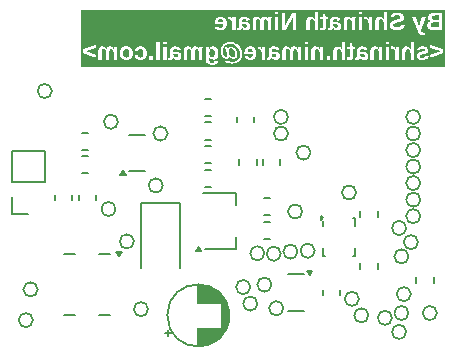
<source format=gbo>
%TF.GenerationSoftware,KiCad,Pcbnew,9.0.2*%
%TF.CreationDate,2025-09-28T04:05:33+05:30*%
%TF.ProjectId,Sippy,53697070-792e-46b6-9963-61645f706362,rev?*%
%TF.SameCoordinates,PX4ef6d80PY35fa5c0*%
%TF.FileFunction,Legend,Bot*%
%TF.FilePolarity,Positive*%
%FSLAX46Y46*%
G04 Gerber Fmt 4.6, Leading zero omitted, Abs format (unit mm)*
G04 Created by KiCad (PCBNEW 9.0.2) date 2025-09-28 04:05:33*
%MOMM*%
%LPD*%
G01*
G04 APERTURE LIST*
%ADD10C,0.200000*%
G04 APERTURE END LIST*
D10*
G36*
X-1366142Y10578971D02*
G01*
X-1312648Y10552955D01*
X-1269253Y10509457D01*
X-1234976Y10444319D01*
X-1211402Y10350525D01*
X-1202378Y10218927D01*
X-1211280Y10090163D01*
X-1234551Y9998286D01*
X-1268432Y9934377D01*
X-1311400Y9891615D01*
X-1364469Y9865991D01*
X-1430989Y9856959D01*
X-1485987Y9863176D01*
X-1532506Y9881001D01*
X-1572446Y9910388D01*
X-1606844Y9952855D01*
X-1638688Y10019722D01*
X-1659931Y10108530D01*
X-1667843Y10225155D01*
X-1660012Y10338160D01*
X-1638844Y10425423D01*
X-1606844Y10492234D01*
X-1572443Y10534834D01*
X-1532812Y10564208D01*
X-1486972Y10581958D01*
X-1433095Y10588130D01*
X-1366142Y10578971D01*
G37*
G36*
X249639Y10607678D02*
G01*
X306728Y10586581D01*
X360441Y10550670D01*
X406068Y10503931D01*
X445803Y10444185D01*
X479418Y10369136D01*
X511305Y10250034D01*
X521916Y10127702D01*
X515694Y10051180D01*
X498618Y9990763D01*
X472182Y9943146D01*
X434372Y9906367D01*
X384871Y9883659D01*
X319866Y9875460D01*
X254178Y9885871D01*
X188158Y9918508D01*
X129082Y9969486D01*
X73852Y10043072D01*
X29916Y10128897D01*
X-3542Y10228635D01*
X-24896Y10328088D01*
X-30745Y10394324D01*
X-23613Y10456715D01*
X-3244Y10508923D01*
X30255Y10553234D01*
X74250Y10587083D01*
X125975Y10607609D01*
X187700Y10614783D01*
X249639Y10607678D01*
G37*
G36*
X-8616527Y10577214D02*
G01*
X-8554913Y10549409D01*
X-8505894Y10503805D01*
X-8467887Y10436890D01*
X-8442099Y10342143D01*
X-8432302Y10210775D01*
X-8440703Y10088047D01*
X-8463096Y9996153D01*
X-8496415Y9928308D01*
X-8532326Y9885636D01*
X-8574242Y9855897D01*
X-8623307Y9837754D01*
X-8681521Y9831405D01*
X-8760763Y9841411D01*
X-8823110Y9869481D01*
X-8872682Y9915492D01*
X-8911096Y9982961D01*
X-8937148Y10078441D01*
X-8947043Y10210775D01*
X-8938230Y10342186D01*
X-8915388Y10434644D01*
X-8882472Y10497913D01*
X-8833552Y10547026D01*
X-8772318Y10576640D01*
X-8694802Y10587123D01*
X-8616527Y10577214D01*
G37*
G36*
X-4555710Y10166628D02*
G01*
X-4462635Y10157957D01*
X-4413102Y10144646D01*
X-4375809Y10121745D01*
X-4348989Y10089783D01*
X-4333030Y10049008D01*
X-4327007Y9991323D01*
X-4331686Y9939888D01*
X-4344234Y9901816D01*
X-4363368Y9873903D01*
X-4404992Y9845385D01*
X-4460272Y9835435D01*
X-4525086Y9844687D01*
X-4583828Y9872346D01*
X-4633322Y9915819D01*
X-4671572Y9974379D01*
X-4695400Y10041382D01*
X-4703354Y10112315D01*
X-4703354Y10168735D01*
X-4555710Y10166628D01*
G37*
G36*
X1861328Y10595172D02*
G01*
X1912392Y10571604D01*
X1953484Y10532718D01*
X1982847Y10482695D01*
X2002689Y10418003D01*
X2011370Y10334789D01*
X1580709Y10334789D01*
X1592876Y10422770D01*
X1615056Y10488279D01*
X1645372Y10536290D01*
X1686920Y10573412D01*
X1736652Y10595716D01*
X1797138Y10603518D01*
X1861328Y10595172D01*
G37*
G36*
X3790068Y10166628D02*
G01*
X3883143Y10157957D01*
X3932676Y10144646D01*
X3969969Y10121745D01*
X3996789Y10089783D01*
X4012748Y10049008D01*
X4018771Y9991323D01*
X4014092Y9939888D01*
X4001544Y9901816D01*
X3982410Y9873903D01*
X3940786Y9845385D01*
X3885506Y9835435D01*
X3820692Y9844687D01*
X3761950Y9872346D01*
X3712456Y9915819D01*
X3674206Y9974379D01*
X3650379Y10041382D01*
X3642424Y10112315D01*
X3642424Y10168735D01*
X3790068Y10166628D01*
G37*
G36*
X11253641Y10166628D02*
G01*
X11346716Y10157957D01*
X11396249Y10144646D01*
X11433542Y10121745D01*
X11460362Y10089783D01*
X11476321Y10049008D01*
X11482344Y9991323D01*
X11477665Y9939888D01*
X11465117Y9901816D01*
X11445983Y9873903D01*
X11404359Y9845385D01*
X11349079Y9835435D01*
X11284265Y9844687D01*
X11225523Y9872346D01*
X11176029Y9915819D01*
X11137779Y9974379D01*
X11113951Y10041382D01*
X11105997Y10112315D01*
X11105997Y10168735D01*
X11253641Y10166628D01*
G37*
G36*
X-644604Y13115172D02*
G01*
X-593540Y13091604D01*
X-552447Y13052718D01*
X-523084Y13002695D01*
X-503243Y12938003D01*
X-494562Y12854789D01*
X-925223Y12854789D01*
X-913055Y12942770D01*
X-890875Y13008279D01*
X-860560Y13056290D01*
X-819011Y13093412D01*
X-769279Y13115716D01*
X-708793Y13123518D01*
X-644604Y13115172D01*
G37*
G36*
X1284137Y12686628D02*
G01*
X1377211Y12677957D01*
X1426744Y12664646D01*
X1464038Y12641745D01*
X1490858Y12609783D01*
X1506817Y12569008D01*
X1512840Y12511323D01*
X1508160Y12459888D01*
X1495612Y12421816D01*
X1476478Y12393903D01*
X1434855Y12365385D01*
X1379575Y12355435D01*
X1314760Y12364687D01*
X1256018Y12392346D01*
X1206524Y12435819D01*
X1168274Y12494379D01*
X1144447Y12561382D01*
X1136492Y12632315D01*
X1136492Y12688735D01*
X1284137Y12686628D01*
G37*
G36*
X8980717Y12686628D02*
G01*
X9073792Y12677957D01*
X9123325Y12664646D01*
X9160618Y12641745D01*
X9187438Y12609783D01*
X9203397Y12569008D01*
X9209420Y12511323D01*
X9204741Y12459888D01*
X9192193Y12421816D01*
X9173059Y12393903D01*
X9131435Y12365385D01*
X9076155Y12355435D01*
X9011341Y12364687D01*
X8952599Y12392346D01*
X8903105Y12435819D01*
X8864855Y12494379D01*
X8841028Y12561382D01*
X8833073Y12632315D01*
X8833073Y12688735D01*
X8980717Y12686628D01*
G37*
G36*
X17757065Y12399582D02*
G01*
X17362216Y12399582D01*
X17266087Y12406665D01*
X17197461Y12425196D01*
X17149542Y12452338D01*
X17113083Y12492049D01*
X17090475Y12543604D01*
X17082314Y12610791D01*
X17089980Y12671333D01*
X17111495Y12718993D01*
X17146784Y12756912D01*
X17198568Y12786316D01*
X17271897Y12806268D01*
X17373573Y12813848D01*
X17757065Y12813848D01*
X17757065Y12399582D01*
G37*
G36*
X17757065Y13037330D02*
G01*
X17410484Y13037330D01*
X17325604Y13043376D01*
X17265653Y13059100D01*
X17224371Y13081935D01*
X17192868Y13115553D01*
X17173406Y13159096D01*
X17166394Y13215750D01*
X17174125Y13277483D01*
X17195093Y13322133D01*
X17228493Y13354144D01*
X17271945Y13375374D01*
X17331700Y13389750D01*
X17412500Y13395177D01*
X17757065Y13395177D01*
X17757065Y13037330D01*
G37*
G36*
X18278464Y9043293D02*
G01*
X-12504961Y9043293D01*
X-12504961Y10514308D01*
X-12338294Y10514308D01*
X-12338294Y10184122D01*
X-11285272Y9783136D01*
X-11285272Y10015961D01*
X-12138351Y10348162D01*
X-12109518Y10359427D01*
X-11067102Y10359427D01*
X-11067102Y9655000D01*
X-10780971Y9655000D01*
X-10780971Y10277453D01*
X-10771381Y10400340D01*
X-10747114Y10480830D01*
X-10712693Y10531173D01*
X-10668961Y10559752D01*
X-10612810Y10569629D01*
X-10560985Y10560888D01*
X-10515695Y10534708D01*
X-10474874Y10488113D01*
X-10446067Y10431230D01*
X-10425831Y10357588D01*
X-10415981Y10263074D01*
X-10415981Y9655000D01*
X-10129850Y9655000D01*
X-10129850Y10277453D01*
X-10120260Y10400340D01*
X-10095993Y10480830D01*
X-10061572Y10531173D01*
X-10017841Y10559752D01*
X-9961689Y10569629D01*
X-9908394Y10560175D01*
X-9861796Y10531691D01*
X-9819723Y10480419D01*
X-9790447Y10418587D01*
X-9771641Y10342734D01*
X-9764860Y10249701D01*
X-9764860Y9655000D01*
X-9476715Y9655000D01*
X-9476715Y10210775D01*
X-9248561Y10210775D01*
X-9238158Y10076673D01*
X-9208843Y9963822D01*
X-9162343Y9868460D01*
X-9098810Y9787716D01*
X-9019553Y9722467D01*
X-8926116Y9674939D01*
X-8815697Y9645069D01*
X-8684543Y9634484D01*
X-8556230Y9645052D01*
X-8447890Y9674927D01*
X-8355881Y9722598D01*
X-8277513Y9788266D01*
X-8214893Y9869147D01*
X-8169033Y9964500D01*
X-8153734Y10024113D01*
X-7987719Y10024113D01*
X-7971656Y9950460D01*
X-7944547Y9883143D01*
X-7906203Y9821147D01*
X-7857919Y9766572D01*
X-7800338Y9720717D01*
X-7732363Y9683211D01*
X-7659162Y9656566D01*
X-7578895Y9640149D01*
X-7490379Y9634484D01*
X-7365528Y9644895D01*
X-7329596Y9655000D01*
X-6736951Y9655000D01*
X-6440562Y9655000D01*
X-6149577Y9655000D01*
X-5861432Y9655000D01*
X-5566326Y9655000D01*
X-5278180Y9655000D01*
X-5278180Y9825177D01*
X-5146289Y9825177D01*
X-5146289Y9669380D01*
X-5100127Y9658115D01*
X-5059094Y9649871D01*
X-5015497Y9644742D01*
X-4961733Y9642727D01*
X-4891212Y9649552D01*
X-4839199Y9667886D01*
X-4801174Y9696033D01*
X-4772669Y9734641D01*
X-4751646Y9785831D01*
X-4739167Y9852929D01*
X-4733030Y9852929D01*
X-4678031Y9772282D01*
X-4615214Y9712096D01*
X-4543896Y9669587D01*
X-4462363Y9643553D01*
X-4368040Y9634484D01*
X-4287842Y9640612D01*
X-4220688Y9657834D01*
X-4164267Y9685063D01*
X-4116805Y9722137D01*
X-4078543Y9768557D01*
X-4050550Y9823854D01*
X-4032876Y9889810D01*
X-4026588Y9968791D01*
X-4034311Y10053472D01*
X-4056029Y10123496D01*
X-4090687Y10181770D01*
X-4138787Y10230284D01*
X-4196401Y10267130D01*
X-4267892Y10295703D01*
X-4356094Y10315069D01*
X-4464393Y10323524D01*
X-4703354Y10327645D01*
X-4703354Y10359427D01*
X-3835071Y10359427D01*
X-3835071Y9655000D01*
X-3548941Y9655000D01*
X-3548941Y10277453D01*
X-3539350Y10400340D01*
X-3515083Y10480830D01*
X-3480662Y10531173D01*
X-3436931Y10559752D01*
X-3380779Y10569629D01*
X-3328954Y10560888D01*
X-3283664Y10534708D01*
X-3242843Y10488113D01*
X-3214036Y10431230D01*
X-3193800Y10357588D01*
X-3183950Y10263074D01*
X-3183950Y9655000D01*
X-2897820Y9655000D01*
X-2897820Y10277453D01*
X-2888229Y10400340D01*
X-2863962Y10480830D01*
X-2829541Y10531173D01*
X-2785810Y10559752D01*
X-2729659Y10569629D01*
X-2676364Y10560175D01*
X-2629765Y10531691D01*
X-2587692Y10480419D01*
X-2558416Y10418587D01*
X-2539610Y10342734D01*
X-2532829Y10249701D01*
X-2532829Y9655000D01*
X-2244684Y9655000D01*
X-2244684Y10516323D01*
X-2242119Y10662411D01*
X-2236441Y10764443D01*
X-1958095Y10764443D01*
X-1951867Y10508171D01*
X-1951867Y10225155D01*
X-1951867Y9688798D01*
X-1942350Y9570930D01*
X-1915831Y9474547D01*
X-1874164Y9395564D01*
X-1817503Y9330951D01*
X-1747633Y9280756D01*
X-1661631Y9243055D01*
X-1556112Y9218737D01*
X-1426867Y9209960D01*
X-1293330Y9219637D01*
X-1186162Y9246283D01*
X-1100345Y9287446D01*
X-1044011Y9330729D01*
X-1000527Y9381315D01*
X-968628Y9440025D01*
X-948029Y9508363D01*
X-1236175Y9542252D01*
X-1260726Y9482251D01*
X-1302303Y9437655D01*
X-1358678Y9409789D01*
X-1435110Y9399645D01*
X-1511525Y9408780D01*
X-1568322Y9433736D01*
X-1610416Y9473467D01*
X-1639286Y9525736D01*
X-1658587Y9597011D01*
X-1665828Y9692919D01*
X-1665828Y9751354D01*
X-1667843Y9861080D01*
X-1665828Y9861080D01*
X-1621333Y9787985D01*
X-1565330Y9732284D01*
X-1496590Y9691800D01*
X-1412429Y9666194D01*
X-1308990Y9657016D01*
X-1215105Y9666639D01*
X-1135535Y9694117D01*
X-1067280Y9738928D01*
X-1008479Y9802645D01*
X-964788Y9876865D01*
X-931439Y9968518D01*
X-909730Y10081146D01*
X-901867Y10218927D01*
X-909915Y10357020D01*
X-918057Y10398445D01*
X-694230Y10398445D01*
X-686708Y10275348D01*
X-664802Y10162302D01*
X-629109Y10057910D01*
X-578675Y9960457D01*
X-518715Y9881091D01*
X-449133Y9817483D01*
X-369172Y9768708D01*
X-287048Y9740293D01*
X-201012Y9730838D01*
X-139783Y9736660D01*
X-92463Y9752595D01*
X-55932Y9777458D01*
X-28331Y9811624D01*
X-11276Y9854065D01*
X-5191Y9907242D01*
X-11327Y9975936D01*
X-5191Y9975936D01*
X34459Y9908603D01*
X84930Y9850062D01*
X147125Y9799531D01*
X216879Y9760528D01*
X285325Y9738152D01*
X353755Y9730838D01*
X432835Y9737925D01*
X499310Y9757979D01*
X555610Y9790147D01*
X603432Y9834885D01*
X640461Y9888854D01*
X668090Y9953784D01*
X685764Y10031838D01*
X692092Y10125687D01*
X684630Y10235620D01*
X662568Y10339822D01*
X625963Y10439386D01*
X575024Y10531868D01*
X513948Y10607944D01*
X442415Y10669555D01*
X360850Y10716082D01*
X273819Y10743791D01*
X179457Y10753177D01*
X101884Y10745462D01*
X38418Y10723781D01*
X-13910Y10689010D01*
X-56968Y10640212D01*
X-91286Y10574758D01*
X-97423Y10574758D01*
X-137448Y10730646D01*
X-297366Y10730646D01*
X-219594Y10394324D01*
X-177382Y10211783D01*
X-146864Y10048086D01*
X-139463Y9965677D01*
X-146261Y9919585D01*
X-163552Y9892863D01*
X-189621Y9876697D01*
X-219422Y9871339D01*
X-271502Y9878721D01*
X-323288Y9901588D01*
X-376318Y9942596D01*
X-421366Y9993557D01*
X-460923Y10056493D01*
X-494745Y10133289D01*
X-518602Y10214053D01*
X-533293Y10301432D01*
X-538342Y10396339D01*
X-529219Y10513859D01*
X-502831Y10618939D01*
X-459849Y10713702D01*
X-400151Y10798343D01*
X-325378Y10868922D01*
X-233802Y10926468D01*
X-132846Y10967172D01*
X-19128Y10992476D01*
X109665Y11001298D01*
X232324Y10994181D01*
X344633Y10973500D01*
X447949Y10939910D01*
X543440Y10893587D01*
X631727Y10834216D01*
X709893Y10763253D01*
X778644Y10679898D01*
X838271Y10582910D01*
X884599Y10479832D01*
X918015Y10370274D01*
X938450Y10253267D01*
X945433Y10127702D01*
X935872Y9996457D01*
X908370Y9880175D01*
X863917Y9776450D01*
X801606Y9683148D01*
X725604Y9607513D01*
X634665Y9547839D01*
X533533Y9505789D01*
X418847Y9479598D01*
X288084Y9470444D01*
X140267Y9479990D01*
X-8918Y9508945D01*
X-160606Y9558235D01*
X-315868Y9629355D01*
X-379432Y9504242D01*
X-262451Y9444099D01*
X-150358Y9398010D01*
X-42560Y9364840D01*
X123802Y9333360D01*
X295320Y9322800D01*
X416273Y9329311D01*
X526780Y9348194D01*
X628117Y9378760D01*
X721401Y9420711D01*
X808509Y9475236D01*
X884876Y9540135D01*
X951371Y9615967D01*
X1008448Y9703727D01*
X1052819Y9797825D01*
X1084954Y9899117D01*
X1104705Y10008667D01*
X1111488Y10127702D01*
X1109453Y10162598D01*
X1301814Y10162598D01*
X1301814Y10154355D01*
X2013476Y10154355D01*
X2005622Y10047510D01*
X1984703Y9968067D01*
X1953484Y9909807D01*
X1908162Y9864183D01*
X1852382Y9836880D01*
X1782759Y9827283D01*
X1710331Y9836394D01*
X1656749Y9861335D01*
X1617233Y9901367D01*
X1589959Y9959541D01*
X1318209Y9936002D01*
X1364830Y9843004D01*
X1423027Y9769330D01*
X1493193Y9712241D01*
X1576967Y9670384D01*
X1677080Y9643912D01*
X1797138Y9634484D01*
X1921034Y9644794D01*
X2023969Y9673748D01*
X2109878Y9719667D01*
X2181638Y9782678D01*
X2237331Y9859832D01*
X2279168Y9954916D01*
X2306162Y10071704D01*
X2315910Y10214897D01*
X2306148Y10352826D01*
X2278960Y10466500D01*
X2236510Y10560199D01*
X2179531Y10637315D01*
X2106852Y10700134D01*
X2020249Y10745894D01*
X1931405Y10770671D01*
X2428750Y10770671D01*
X2428750Y10529695D01*
X2496805Y10541529D01*
X2551849Y10545082D01*
X2619035Y10535161D01*
X2673869Y10506562D01*
X2719460Y10457888D01*
X2750578Y10396606D01*
X2771554Y10312680D01*
X2779453Y10199509D01*
X2779453Y9655000D01*
X3067598Y9655000D01*
X3067598Y9825177D01*
X3199489Y9825177D01*
X3199489Y9669380D01*
X3245651Y9658115D01*
X3286684Y9649871D01*
X3330281Y9644742D01*
X3384045Y9642727D01*
X3454566Y9649552D01*
X3506580Y9667886D01*
X3544604Y9696033D01*
X3573109Y9734641D01*
X3594132Y9785831D01*
X3606612Y9852929D01*
X3612748Y9852929D01*
X3667747Y9772282D01*
X3730564Y9712096D01*
X3801882Y9669587D01*
X3883415Y9643553D01*
X3977739Y9634484D01*
X4057936Y9640612D01*
X4125090Y9657834D01*
X4181511Y9685063D01*
X4228973Y9722137D01*
X4267236Y9768557D01*
X4295228Y9823854D01*
X4312902Y9889810D01*
X4319190Y9968791D01*
X4311467Y10053472D01*
X4289749Y10123496D01*
X4255091Y10181770D01*
X4206991Y10230284D01*
X4149378Y10267130D01*
X4077887Y10295703D01*
X3989684Y10315069D01*
X3881385Y10323524D01*
X3642424Y10327645D01*
X3642424Y10359427D01*
X4510707Y10359427D01*
X4510707Y9655000D01*
X4796837Y9655000D01*
X4796837Y10277453D01*
X4806428Y10400340D01*
X4830695Y10480830D01*
X4865116Y10531173D01*
X4908847Y10559752D01*
X4964999Y10569629D01*
X5016824Y10560888D01*
X5062114Y10534708D01*
X5102935Y10488113D01*
X5131742Y10431230D01*
X5151978Y10357588D01*
X5161828Y10263074D01*
X5161828Y9655000D01*
X5447958Y9655000D01*
X5447958Y10277453D01*
X5457549Y10400340D01*
X5481816Y10480830D01*
X5516237Y10531173D01*
X5559968Y10559752D01*
X5616120Y10569629D01*
X5669414Y10560175D01*
X5716013Y10531691D01*
X5758086Y10480419D01*
X5787362Y10418587D01*
X5806168Y10342734D01*
X5812949Y10249701D01*
X5812949Y9655000D01*
X6101094Y9655000D01*
X6396201Y9655000D01*
X6684346Y9655000D01*
X6684346Y10359427D01*
X6960676Y10359427D01*
X6960676Y9655000D01*
X7247814Y9655000D01*
X7247814Y10277453D01*
X7255296Y10380017D01*
X7274946Y10453754D01*
X7303802Y10505596D01*
X7340834Y10540737D01*
X7387142Y10562056D01*
X7445743Y10569629D01*
X7510927Y10559672D01*
X7566274Y10530455D01*
X7614453Y10479870D01*
X7648936Y10417122D01*
X7670706Y10341425D01*
X7678476Y10249701D01*
X7678476Y9655000D01*
X7966621Y9655000D01*
X8257606Y9655000D01*
X8553995Y9655000D01*
X8553995Y9967784D01*
X8257606Y9967784D01*
X8257606Y9655000D01*
X7966621Y9655000D01*
X7966621Y10358420D01*
X8826203Y10358420D01*
X8826203Y9655000D01*
X9113341Y9655000D01*
X9113341Y10276354D01*
X9120823Y10378956D01*
X9140476Y10452718D01*
X9169335Y10504575D01*
X9206367Y10539725D01*
X9252674Y10561047D01*
X9311270Y10568621D01*
X9376454Y10558664D01*
X9431801Y10529448D01*
X9479980Y10478862D01*
X9514462Y10416114D01*
X9536232Y10340418D01*
X9544002Y10248694D01*
X9544002Y9655000D01*
X9832148Y9655000D01*
X9832148Y9849815D01*
X10004156Y9849815D01*
X10004156Y9671395D01*
X10115196Y9645662D01*
X10247147Y9636499D01*
X10329136Y9645017D01*
X10393037Y9668526D01*
X10442969Y9705742D01*
X10479323Y9756228D01*
X10502919Y9824304D01*
X10503003Y9825177D01*
X10663062Y9825177D01*
X10663062Y9669380D01*
X10709224Y9658115D01*
X10750257Y9649871D01*
X10793854Y9644742D01*
X10847618Y9642727D01*
X10918139Y9649552D01*
X10970152Y9667886D01*
X11008177Y9696033D01*
X11036682Y9734641D01*
X11057705Y9785831D01*
X11070184Y9852929D01*
X11076321Y9852929D01*
X11131320Y9772282D01*
X11194137Y9712096D01*
X11265455Y9669587D01*
X11346988Y9643553D01*
X11441311Y9634484D01*
X11521509Y9640612D01*
X11588663Y9657834D01*
X11645084Y9685063D01*
X11692546Y9722137D01*
X11730808Y9768557D01*
X11758801Y9823854D01*
X11776475Y9889810D01*
X11782763Y9968791D01*
X11775040Y10053472D01*
X11753322Y10123496D01*
X11718664Y10181770D01*
X11670564Y10230284D01*
X11612950Y10267130D01*
X11541459Y10295703D01*
X11453257Y10315069D01*
X11344958Y10323524D01*
X11105997Y10327645D01*
X11105997Y10359427D01*
X11974005Y10359427D01*
X11974005Y9655000D01*
X12261143Y9655000D01*
X12261143Y10277453D01*
X12268624Y10380017D01*
X12288275Y10453754D01*
X12317131Y10505596D01*
X12354163Y10540737D01*
X12400471Y10562056D01*
X12459071Y10569629D01*
X12524256Y10559672D01*
X12579603Y10530455D01*
X12627782Y10479870D01*
X12662264Y10417122D01*
X12684034Y10341425D01*
X12691804Y10249701D01*
X12691804Y9655000D01*
X12979950Y9655000D01*
X13275056Y9655000D01*
X13563202Y9655000D01*
X13563202Y10764443D01*
X13275056Y10764443D01*
X13275056Y9655000D01*
X12979950Y9655000D01*
X12979950Y10516323D01*
X12982514Y10662411D01*
X12988193Y10764443D01*
X12713328Y10764443D01*
X12705177Y10660396D01*
X12700047Y10543983D01*
X12695926Y10543983D01*
X12651281Y10624617D01*
X12602381Y10685000D01*
X12549289Y10728539D01*
X12488163Y10759889D01*
X12449441Y10770671D01*
X13740614Y10770671D01*
X13740614Y10529695D01*
X13808668Y10541529D01*
X13863712Y10545082D01*
X13930898Y10535161D01*
X13985732Y10506562D01*
X14031324Y10457888D01*
X14062442Y10396606D01*
X14083417Y10312680D01*
X14091316Y10199509D01*
X14091316Y9655000D01*
X14379461Y9655000D01*
X14379461Y10358420D01*
X14655792Y10358420D01*
X14655792Y9655000D01*
X14942930Y9655000D01*
X14942930Y10276354D01*
X14950412Y10378956D01*
X14970065Y10452718D01*
X14998923Y10504575D01*
X15035955Y10539725D01*
X15082262Y10561047D01*
X15140858Y10568621D01*
X15206042Y10558664D01*
X15261390Y10529448D01*
X15309569Y10478862D01*
X15344051Y10416114D01*
X15365821Y10340418D01*
X15373591Y10248694D01*
X15373591Y9655000D01*
X15661736Y9655000D01*
X15661736Y9979050D01*
X15893095Y9979050D01*
X15901589Y9901760D01*
X15926068Y9835300D01*
X15966521Y9777261D01*
X16024895Y9726258D01*
X16091879Y9688418D01*
X16173062Y9659712D01*
X16271155Y9641159D01*
X16389336Y9634484D01*
X16541102Y9643986D01*
X16655161Y9669289D01*
X16739580Y9706749D01*
X16794618Y9747409D01*
X16839514Y9797604D01*
X16875017Y9858478D01*
X16901055Y9931880D01*
X16647806Y9969799D01*
X16628839Y9920056D01*
X16603987Y9883659D01*
X16573434Y9857966D01*
X16536170Y9841700D01*
X16477467Y9829875D01*
X16389336Y9825177D01*
X16277269Y9834257D01*
X16213023Y9855951D01*
X16182125Y9880475D01*
X16163985Y9911862D01*
X16157610Y9952397D01*
X16162616Y9985636D01*
X16177185Y10013336D01*
X16202215Y10036935D01*
X16255568Y10063377D01*
X16353524Y10089783D01*
X16576906Y10141619D01*
X16682702Y10179451D01*
X16759062Y10228333D01*
X16812395Y10287162D01*
X16836605Y10333159D01*
X16851689Y10386749D01*
X16857000Y10449645D01*
X16848964Y10526463D01*
X16825951Y10591888D01*
X16788269Y10648345D01*
X16751867Y10681462D01*
X17058775Y10681462D01*
X17912862Y10348162D01*
X17058775Y10015961D01*
X17058775Y9783136D01*
X18111797Y10184122D01*
X18111797Y10514308D01*
X17058775Y10915202D01*
X17058775Y10681462D01*
X16751867Y10681462D01*
X16734451Y10697307D01*
X16672023Y10733707D01*
X16595341Y10761439D01*
X16501558Y10779455D01*
X16387321Y10785967D01*
X16257195Y10776373D01*
X16152706Y10749935D01*
X16068950Y10709031D01*
X16014234Y10666186D01*
X15971510Y10615550D01*
X15939721Y10556202D01*
X15918741Y10486556D01*
X16174005Y10459903D01*
X16186775Y10502464D01*
X16206940Y10535539D01*
X16234547Y10560928D01*
X16268554Y10577939D01*
X16317821Y10589729D01*
X16387321Y10594267D01*
X16482920Y10586672D01*
X16541194Y10568072D01*
X16569620Y10546751D01*
X16586421Y10518327D01*
X16592393Y10480419D01*
X16582543Y10437270D01*
X16552917Y10404032D01*
X16505787Y10380369D01*
X16420110Y10357412D01*
X16188934Y10302549D01*
X16093963Y10269981D01*
X16026910Y10235322D01*
X15971958Y10190762D01*
X15929549Y10135396D01*
X15902912Y10068758D01*
X15893095Y9979050D01*
X15661736Y9979050D01*
X15661736Y11176694D01*
X15373591Y11176694D01*
X15373591Y10761421D01*
X15381834Y10542976D01*
X15377712Y10542976D01*
X15333077Y10623553D01*
X15284177Y10683943D01*
X15231075Y10727532D01*
X15169949Y10758882D01*
X15100499Y10778219D01*
X15020874Y10784960D01*
X14933781Y10777443D01*
X14861362Y10756299D01*
X14800813Y10722650D01*
X14750130Y10676241D01*
X14711186Y10619972D01*
X14681761Y10550252D01*
X14662694Y10464234D01*
X14655792Y10358420D01*
X14379461Y10358420D01*
X14379461Y10504050D01*
X14382026Y10656274D01*
X14387704Y10764443D01*
X14112840Y10764443D01*
X14104688Y10652152D01*
X14099559Y10527589D01*
X14095437Y10527589D01*
X14052120Y10634953D01*
X14020607Y10692178D01*
X13984021Y10734310D01*
X13942663Y10762886D01*
X13893967Y10779760D01*
X13829823Y10785967D01*
X13777538Y10781732D01*
X13740614Y10770671D01*
X12449441Y10770671D01*
X12418713Y10779227D01*
X12339087Y10785967D01*
X12251994Y10778451D01*
X12179576Y10757307D01*
X12119027Y10723658D01*
X12068344Y10677248D01*
X12029400Y10620979D01*
X11999975Y10551260D01*
X11980908Y10465242D01*
X11974005Y10359427D01*
X11105997Y10359427D01*
X11105997Y10384065D01*
X11111061Y10455975D01*
X11124395Y10508256D01*
X11144007Y10545540D01*
X11173148Y10573911D01*
X11213233Y10591801D01*
X11268021Y10598388D01*
X11320136Y10593654D01*
X11358114Y10581041D01*
X11385441Y10561935D01*
X11414298Y10517467D01*
X11432061Y10441493D01*
X11732571Y10455873D01*
X11712081Y10534213D01*
X11680545Y10600018D01*
X11638217Y10655293D01*
X11584377Y10701337D01*
X11523076Y10735952D01*
X11449465Y10762099D01*
X11361252Y10778927D01*
X11255748Y10784960D01*
X11150209Y10777551D01*
X11063057Y10756903D01*
X10991074Y10724652D01*
X10931699Y10681370D01*
X10883221Y10626103D01*
X10847948Y10560201D01*
X10825745Y10481511D01*
X10817851Y10387088D01*
X10817851Y10112315D01*
X10817851Y9983171D01*
X10811408Y9897495D01*
X10796877Y9854394D01*
X10769638Y9828317D01*
X10726626Y9819040D01*
X10663062Y9825177D01*
X10503003Y9825177D01*
X10511662Y9915485D01*
X10511662Y10569629D01*
X10652163Y10569629D01*
X10652163Y10764443D01*
X10497374Y10764443D01*
X10428055Y10964386D01*
X13275056Y10964386D01*
X13563202Y10964386D01*
X13563202Y11176694D01*
X13275056Y11176694D01*
X13275056Y10964386D01*
X10428055Y10964386D01*
X10407065Y11024928D01*
X10226631Y11024928D01*
X10226631Y10764443D01*
X10016429Y10764443D01*
X10016429Y10569629D01*
X10226631Y10569629D01*
X10226631Y9993338D01*
X10217884Y9919087D01*
X10195856Y9873903D01*
X10172710Y9853229D01*
X10141776Y9840200D01*
X10100510Y9835435D01*
X10004156Y9849815D01*
X9832148Y9849815D01*
X9832148Y11176694D01*
X9544002Y11176694D01*
X9544002Y10761421D01*
X9552246Y10542976D01*
X9548124Y10542976D01*
X9503489Y10623553D01*
X9454589Y10683943D01*
X9401487Y10727532D01*
X9340361Y10758882D01*
X9270911Y10778219D01*
X9191285Y10784960D01*
X9104192Y10777443D01*
X9031774Y10756299D01*
X8971225Y10722650D01*
X8920542Y10676241D01*
X8881598Y10619972D01*
X8852173Y10550252D01*
X8833106Y10464234D01*
X8826203Y10358420D01*
X7966621Y10358420D01*
X7966621Y10516323D01*
X7969186Y10662411D01*
X7974864Y10764443D01*
X7700000Y10764443D01*
X7691848Y10660396D01*
X7686719Y10543983D01*
X7682597Y10543983D01*
X7637952Y10624617D01*
X7589053Y10685000D01*
X7535960Y10728539D01*
X7474834Y10759889D01*
X7405384Y10779227D01*
X7325758Y10785967D01*
X7238665Y10778451D01*
X7166247Y10757307D01*
X7105698Y10723658D01*
X7055015Y10677248D01*
X7016071Y10620979D01*
X6986646Y10551260D01*
X6967579Y10465242D01*
X6960676Y10359427D01*
X6684346Y10359427D01*
X6684346Y10764443D01*
X6396201Y10764443D01*
X6396201Y9655000D01*
X6101094Y9655000D01*
X6101094Y10516323D01*
X6103659Y10662411D01*
X6109337Y10764443D01*
X5834473Y10764443D01*
X5826321Y10660396D01*
X5821192Y10543983D01*
X5817070Y10543983D01*
X5776048Y10625315D01*
X5731731Y10685553D01*
X5684355Y10728539D01*
X5628885Y10760011D01*
X5566043Y10779275D01*
X5494029Y10785967D01*
X5410955Y10778516D01*
X5343747Y10757772D01*
X5289177Y10725015D01*
X5245024Y10679929D01*
X5210317Y10620652D01*
X5185458Y10543983D01*
X5179230Y10543983D01*
X5136256Y10626761D01*
X5091099Y10687207D01*
X5043950Y10729547D01*
X4988721Y10759995D01*
X4922568Y10779151D01*
X4842908Y10785967D01*
X4763664Y10778465D01*
X4697712Y10757279D01*
X4642379Y10723256D01*
X4595887Y10675691D01*
X4560873Y10619254D01*
X4534254Y10549622D01*
X4516964Y10464090D01*
X4510707Y10359427D01*
X3642424Y10359427D01*
X3642424Y10384065D01*
X3647488Y10455975D01*
X3660822Y10508256D01*
X3680434Y10545540D01*
X3709575Y10573911D01*
X3749660Y10591801D01*
X3804448Y10598388D01*
X3856563Y10593654D01*
X3894541Y10581041D01*
X3921868Y10561935D01*
X3950725Y10517467D01*
X3968488Y10441493D01*
X4268998Y10455873D01*
X4248508Y10534213D01*
X4216972Y10600018D01*
X4174644Y10655293D01*
X4120804Y10701337D01*
X4059503Y10735952D01*
X3985892Y10762099D01*
X3897679Y10778927D01*
X3792175Y10784960D01*
X3686636Y10777551D01*
X3599484Y10756903D01*
X3527501Y10724652D01*
X3468126Y10681370D01*
X3419648Y10626103D01*
X3384375Y10560201D01*
X3362172Y10481511D01*
X3354278Y10387088D01*
X3354278Y10112315D01*
X3354278Y9983171D01*
X3347835Y9897495D01*
X3333304Y9854394D01*
X3306065Y9828317D01*
X3263053Y9819040D01*
X3199489Y9825177D01*
X3067598Y9825177D01*
X3067598Y10504050D01*
X3070163Y10656274D01*
X3075841Y10764443D01*
X2800976Y10764443D01*
X2792825Y10652152D01*
X2787696Y10527589D01*
X2783574Y10527589D01*
X2740257Y10634953D01*
X2708744Y10692178D01*
X2672158Y10734310D01*
X2630800Y10762886D01*
X2582104Y10779760D01*
X2517960Y10785967D01*
X2465675Y10781732D01*
X2428750Y10770671D01*
X1931405Y10770671D01*
X1916911Y10774713D01*
X1793017Y10784960D01*
X1675789Y10774131D01*
X1578262Y10743583D01*
X1496528Y10694654D01*
X1427935Y10626507D01*
X1376277Y10545253D01*
X1336864Y10443847D01*
X1314584Y10334789D01*
X1311155Y10318005D01*
X1301814Y10162598D01*
X1109453Y10162598D01*
X1103081Y10271862D01*
X1078434Y10406571D01*
X1038020Y10533139D01*
X981795Y10652702D01*
X910100Y10764413D01*
X826896Y10861601D01*
X731682Y10945455D01*
X702928Y10964386D01*
X6396201Y10964386D01*
X6684346Y10964386D01*
X6684346Y11176694D01*
X6396201Y11176694D01*
X6396201Y10964386D01*
X702928Y10964386D01*
X623490Y11016685D01*
X506921Y11072754D01*
X383562Y11113014D01*
X252283Y11137552D01*
X111771Y11145920D01*
X-13383Y11139640D01*
X-126097Y11121560D01*
X-227836Y11092556D01*
X-319898Y11053138D01*
X-406940Y11001139D01*
X-481664Y10940400D01*
X-545223Y10870625D01*
X-598334Y10791096D01*
X-639502Y10705107D01*
X-669417Y10611750D01*
X-687871Y10509946D01*
X-694230Y10398445D01*
X-918057Y10398445D01*
X-932184Y10470321D01*
X-966490Y10562934D01*
X-1011593Y10638322D01*
X-1071896Y10702275D01*
X-1143451Y10747775D01*
X-1228499Y10775995D01*
X-1330513Y10785967D01*
X-1425400Y10777187D01*
X-1503590Y10752520D01*
X-1568437Y10713153D01*
X-1622207Y10658449D01*
X-1665828Y10586024D01*
X-1670957Y10586024D01*
X-1675537Y10683477D01*
X-1685337Y10764443D01*
X-1958095Y10764443D01*
X-2236441Y10764443D01*
X-2511305Y10764443D01*
X-2519457Y10660396D01*
X-2524586Y10543983D01*
X-2528708Y10543983D01*
X-2569730Y10625315D01*
X-2614047Y10685553D01*
X-2661423Y10728539D01*
X-2716893Y10760011D01*
X-2779735Y10779275D01*
X-2851749Y10785967D01*
X-2934823Y10778516D01*
X-3002031Y10757772D01*
X-3056601Y10725015D01*
X-3100754Y10679929D01*
X-3135461Y10620652D01*
X-3160320Y10543983D01*
X-3166548Y10543983D01*
X-3209522Y10626761D01*
X-3254679Y10687207D01*
X-3301828Y10729547D01*
X-3357057Y10759995D01*
X-3423210Y10779151D01*
X-3502870Y10785967D01*
X-3582114Y10778465D01*
X-3648066Y10757279D01*
X-3703399Y10723256D01*
X-3749891Y10675691D01*
X-3784905Y10619254D01*
X-3811524Y10549622D01*
X-3828814Y10464090D01*
X-3835071Y10359427D01*
X-4703354Y10359427D01*
X-4703354Y10384065D01*
X-4698290Y10455975D01*
X-4684956Y10508256D01*
X-4665344Y10545540D01*
X-4636203Y10573911D01*
X-4596118Y10591801D01*
X-4541330Y10598388D01*
X-4489215Y10593654D01*
X-4451237Y10581041D01*
X-4423910Y10561935D01*
X-4395053Y10517467D01*
X-4377290Y10441493D01*
X-4076780Y10455873D01*
X-4097270Y10534213D01*
X-4128806Y10600018D01*
X-4171134Y10655293D01*
X-4224974Y10701337D01*
X-4286275Y10735952D01*
X-4359886Y10762099D01*
X-4448099Y10778927D01*
X-4553603Y10784960D01*
X-4659142Y10777551D01*
X-4746294Y10756903D01*
X-4818277Y10724652D01*
X-4877652Y10681370D01*
X-4926130Y10626103D01*
X-4961403Y10560201D01*
X-4983606Y10481511D01*
X-4991500Y10387088D01*
X-4991500Y10112315D01*
X-4991500Y9983171D01*
X-4997943Y9897495D01*
X-5012474Y9854394D01*
X-5039713Y9828317D01*
X-5082725Y9819040D01*
X-5146289Y9825177D01*
X-5278180Y9825177D01*
X-5278180Y10764443D01*
X-5566326Y10764443D01*
X-5566326Y9655000D01*
X-5861432Y9655000D01*
X-5861432Y10964386D01*
X-5566326Y10964386D01*
X-5278180Y10964386D01*
X-5278180Y11176694D01*
X-5566326Y11176694D01*
X-5566326Y10964386D01*
X-5861432Y10964386D01*
X-5861432Y11176694D01*
X-6149577Y11176694D01*
X-6149577Y9655000D01*
X-6440562Y9655000D01*
X-6440562Y9967784D01*
X-6736951Y9967784D01*
X-6736951Y9655000D01*
X-7329596Y9655000D01*
X-7261377Y9674185D01*
X-7174060Y9720728D01*
X-7100751Y9784693D01*
X-7042985Y9863159D01*
X-7000243Y9956964D01*
X-6973064Y10069142D01*
X-6963364Y10203539D01*
X-6973164Y10341212D01*
X-7000596Y10455951D01*
X-7043667Y10551713D01*
X-7101758Y10631636D01*
X-7175734Y10697007D01*
X-7263779Y10744498D01*
X-7368731Y10774354D01*
X-7494501Y10784960D01*
X-7592055Y10778260D01*
X-7677362Y10759123D01*
X-7752318Y10728470D01*
X-7818458Y10686499D01*
X-7876172Y10633120D01*
X-7921924Y10570914D01*
X-7956405Y10498729D01*
X-7979475Y10414840D01*
X-7689315Y10400460D01*
X-7676413Y10455168D01*
X-7655779Y10499859D01*
X-7627766Y10536290D01*
X-7591932Y10563703D01*
X-7546418Y10580912D01*
X-7488364Y10587123D01*
X-7424491Y10578111D01*
X-7373146Y10552381D01*
X-7331164Y10509021D01*
X-7297759Y10443553D01*
X-7274665Y10348659D01*
X-7265798Y10214897D01*
X-7274869Y10076786D01*
X-7298478Y9978930D01*
X-7332582Y9911536D01*
X-7375357Y9866999D01*
X-7427561Y9840628D01*
X-7492394Y9831405D01*
X-7545054Y9837374D01*
X-7590288Y9854598D01*
X-7629781Y9883154D01*
X-7660680Y9921058D01*
X-7683896Y9971426D01*
X-7698566Y10037485D01*
X-7987719Y10024113D01*
X-8153734Y10024113D01*
X-8140123Y10077149D01*
X-8129868Y10210775D01*
X-8140118Y10343866D01*
X-8169018Y10456068D01*
X-8214873Y10551053D01*
X-8277513Y10631636D01*
X-8355808Y10696821D01*
X-8448666Y10744375D01*
X-8558992Y10774324D01*
X-8690680Y10784960D01*
X-8826240Y10774458D01*
X-8937789Y10745156D01*
X-9029754Y10699141D01*
X-9105496Y10636765D01*
X-9165431Y10559015D01*
X-9209922Y10464555D01*
X-9238358Y10349945D01*
X-9248561Y10210775D01*
X-9476715Y10210775D01*
X-9476715Y10516323D01*
X-9474150Y10662411D01*
X-9468471Y10764443D01*
X-9743336Y10764443D01*
X-9751488Y10660396D01*
X-9756617Y10543983D01*
X-9760738Y10543983D01*
X-9801761Y10625315D01*
X-9846078Y10685553D01*
X-9893454Y10728539D01*
X-9948924Y10760011D01*
X-10011766Y10779275D01*
X-10083780Y10785967D01*
X-10166854Y10778516D01*
X-10234062Y10757772D01*
X-10288632Y10725015D01*
X-10332785Y10679929D01*
X-10367492Y10620652D01*
X-10392350Y10543983D01*
X-10398579Y10543983D01*
X-10441553Y10626761D01*
X-10486709Y10687207D01*
X-10533859Y10729547D01*
X-10589088Y10759995D01*
X-10655241Y10779151D01*
X-10734901Y10785967D01*
X-10814144Y10778465D01*
X-10880097Y10757279D01*
X-10935430Y10723256D01*
X-10981922Y10675691D01*
X-11016935Y10619254D01*
X-11043555Y10549622D01*
X-11060845Y10464090D01*
X-11067102Y10359427D01*
X-12109518Y10359427D01*
X-11285272Y10681462D01*
X-11285272Y10915202D01*
X-12338294Y10514308D01*
X-12504961Y10514308D01*
X-12504961Y12682598D01*
X-1204118Y12682598D01*
X-1204118Y12674355D01*
X-492455Y12674355D01*
X-500310Y12567510D01*
X-521228Y12488067D01*
X-552447Y12429807D01*
X-597769Y12384183D01*
X-653550Y12356880D01*
X-723173Y12347283D01*
X-795601Y12356394D01*
X-849182Y12381335D01*
X-888698Y12421367D01*
X-915972Y12479541D01*
X-1187723Y12456002D01*
X-1141102Y12363004D01*
X-1082905Y12289330D01*
X-1012738Y12232241D01*
X-928964Y12190384D01*
X-828851Y12163912D01*
X-708793Y12154484D01*
X-584898Y12164794D01*
X-481963Y12193748D01*
X-396054Y12239667D01*
X-324294Y12302678D01*
X-268600Y12379832D01*
X-226764Y12474916D01*
X-199769Y12591704D01*
X-190021Y12734897D01*
X-199784Y12872826D01*
X-226971Y12986500D01*
X-269422Y13080199D01*
X-326401Y13157315D01*
X-399079Y13220134D01*
X-485683Y13265894D01*
X-574527Y13290671D01*
X-77181Y13290671D01*
X-77181Y13049695D01*
X-9127Y13061529D01*
X45917Y13065082D01*
X113103Y13055161D01*
X167938Y13026562D01*
X213529Y12977888D01*
X244647Y12916606D01*
X265622Y12832680D01*
X273521Y12719509D01*
X273521Y12175000D01*
X561666Y12175000D01*
X561666Y12345177D01*
X693558Y12345177D01*
X693558Y12189380D01*
X739719Y12178115D01*
X780752Y12169871D01*
X824350Y12164742D01*
X878114Y12162727D01*
X948635Y12169552D01*
X1000648Y12187886D01*
X1038673Y12216033D01*
X1067178Y12254641D01*
X1088201Y12305831D01*
X1100680Y12372929D01*
X1106816Y12372929D01*
X1161815Y12292282D01*
X1224632Y12232096D01*
X1295951Y12189587D01*
X1377484Y12163553D01*
X1471807Y12154484D01*
X1552005Y12160612D01*
X1619159Y12177834D01*
X1675579Y12205063D01*
X1723041Y12242137D01*
X1761304Y12288557D01*
X1789297Y12343854D01*
X1806970Y12409810D01*
X1813258Y12488791D01*
X1805536Y12573472D01*
X1783818Y12643496D01*
X1749159Y12701770D01*
X1701059Y12750284D01*
X1643446Y12787130D01*
X1571955Y12815703D01*
X1483752Y12835069D01*
X1375453Y12843524D01*
X1136492Y12847645D01*
X1136492Y12879427D01*
X2004775Y12879427D01*
X2004775Y12175000D01*
X2290906Y12175000D01*
X2290906Y12797453D01*
X2300496Y12920340D01*
X2324763Y13000830D01*
X2359184Y13051173D01*
X2402916Y13079752D01*
X2459067Y13089629D01*
X2510893Y13080888D01*
X2556183Y13054708D01*
X2597003Y13008113D01*
X2625810Y12951230D01*
X2646046Y12877588D01*
X2655896Y12783074D01*
X2655896Y12175000D01*
X2942027Y12175000D01*
X2942027Y12797453D01*
X2951617Y12920340D01*
X2975884Y13000830D01*
X3010305Y13051173D01*
X3054037Y13079752D01*
X3110188Y13089629D01*
X3163483Y13080175D01*
X3210081Y13051691D01*
X3252154Y13000419D01*
X3281431Y12938587D01*
X3300236Y12862734D01*
X3307017Y12769701D01*
X3307017Y12175000D01*
X3595163Y12175000D01*
X3890269Y12175000D01*
X4178415Y12175000D01*
X4465278Y12175000D01*
X4820102Y12175000D01*
X5449699Y13287557D01*
X5435263Y13133356D01*
X5431197Y13027072D01*
X5431197Y12175000D01*
X5699834Y12175000D01*
X5699834Y12878420D01*
X6553279Y12878420D01*
X6553279Y12175000D01*
X6840417Y12175000D01*
X6840417Y12796354D01*
X6847900Y12898956D01*
X6867552Y12972718D01*
X6896411Y13024575D01*
X6933443Y13059725D01*
X6979750Y13081047D01*
X7038346Y13088621D01*
X7103530Y13078664D01*
X7158877Y13049448D01*
X7207056Y12998862D01*
X7241539Y12936114D01*
X7263309Y12860418D01*
X7271079Y12768694D01*
X7271079Y12175000D01*
X7559224Y12175000D01*
X7559224Y12369815D01*
X7731232Y12369815D01*
X7731232Y12191395D01*
X7842272Y12165662D01*
X7974223Y12156499D01*
X8056212Y12165017D01*
X8120113Y12188526D01*
X8170045Y12225742D01*
X8206399Y12276228D01*
X8229995Y12344304D01*
X8230079Y12345177D01*
X8390138Y12345177D01*
X8390138Y12189380D01*
X8436300Y12178115D01*
X8477333Y12169871D01*
X8520930Y12164742D01*
X8574694Y12162727D01*
X8645215Y12169552D01*
X8697229Y12187886D01*
X8735253Y12216033D01*
X8763758Y12254641D01*
X8784781Y12305831D01*
X8797260Y12372929D01*
X8803397Y12372929D01*
X8858396Y12292282D01*
X8921213Y12232096D01*
X8992531Y12189587D01*
X9074064Y12163553D01*
X9168387Y12154484D01*
X9248585Y12160612D01*
X9315739Y12177834D01*
X9372160Y12205063D01*
X9419622Y12242137D01*
X9457885Y12288557D01*
X9485877Y12343854D01*
X9503551Y12409810D01*
X9509839Y12488791D01*
X9502116Y12573472D01*
X9480398Y12643496D01*
X9445740Y12701770D01*
X9397640Y12750284D01*
X9340027Y12787130D01*
X9268536Y12815703D01*
X9180333Y12835069D01*
X9072034Y12843524D01*
X8833073Y12847645D01*
X8833073Y12879427D01*
X9701081Y12879427D01*
X9701081Y12175000D01*
X9988219Y12175000D01*
X9988219Y12797453D01*
X9995700Y12900017D01*
X10015351Y12973754D01*
X10044207Y13025596D01*
X10081239Y13060737D01*
X10127547Y13082056D01*
X10186147Y13089629D01*
X10251332Y13079672D01*
X10306679Y13050455D01*
X10354858Y12999870D01*
X10389340Y12937122D01*
X10411110Y12861425D01*
X10418880Y12769701D01*
X10418880Y12175000D01*
X10707026Y12175000D01*
X11002132Y12175000D01*
X11290278Y12175000D01*
X11290278Y13284443D01*
X11002132Y13284443D01*
X11002132Y12175000D01*
X10707026Y12175000D01*
X10707026Y13036323D01*
X10709590Y13182411D01*
X10715269Y13284443D01*
X10440404Y13284443D01*
X10432253Y13180396D01*
X10427124Y13063983D01*
X10423002Y13063983D01*
X10378357Y13144617D01*
X10329457Y13205000D01*
X10276365Y13248539D01*
X10215239Y13279889D01*
X10176517Y13290671D01*
X11467690Y13290671D01*
X11467690Y13049695D01*
X11535744Y13061529D01*
X11590788Y13065082D01*
X11657974Y13055161D01*
X11712808Y13026562D01*
X11758400Y12977888D01*
X11789518Y12916606D01*
X11810493Y12832680D01*
X11818392Y12719509D01*
X11818392Y12175000D01*
X12106537Y12175000D01*
X12106537Y12878420D01*
X12382868Y12878420D01*
X12382868Y12175000D01*
X12670006Y12175000D01*
X12670006Y12796354D01*
X12677488Y12898956D01*
X12697141Y12972718D01*
X12725999Y13024575D01*
X12763031Y13059725D01*
X12809338Y13081047D01*
X12867934Y13088621D01*
X12933118Y13078664D01*
X12988466Y13049448D01*
X13036645Y12998862D01*
X13071127Y12936114D01*
X13092897Y12860418D01*
X13100667Y12768694D01*
X13100667Y12175000D01*
X13388812Y12175000D01*
X13388812Y12591282D01*
X13616325Y12591282D01*
X13626827Y12488326D01*
X13656674Y12402027D01*
X13705119Y12328896D01*
X13773770Y12266775D01*
X13853618Y12221206D01*
X13954154Y12186037D01*
X14079785Y12162919D01*
X14235663Y12154484D01*
X14377459Y12161714D01*
X14494948Y12181760D01*
X14591863Y12212613D01*
X14671454Y12252944D01*
X14742784Y12307976D01*
X14799873Y12374913D01*
X14843786Y12455236D01*
X14874419Y12551348D01*
X14582244Y12599525D01*
X14555024Y12527820D01*
X14516486Y12473280D01*
X14466381Y12432829D01*
X14406576Y12405728D01*
X14328469Y12387741D01*
X14227420Y12381080D01*
X14113939Y12388706D01*
X14033284Y12408589D01*
X13977493Y12437409D01*
X13940421Y12473735D01*
X13918352Y12518302D01*
X13910607Y12573880D01*
X13920026Y12630868D01*
X13947060Y12675363D01*
X13989051Y12710855D01*
X14049550Y12742041D01*
X14131294Y12767682D01*
X14303349Y12806613D01*
X14528938Y12867612D01*
X14590293Y12893138D01*
X14643793Y12921926D01*
X14691456Y12956682D01*
X14730896Y12997305D01*
X14762504Y13044658D01*
X14786858Y13100895D01*
X14801573Y13163006D01*
X14806825Y13237274D01*
X14801965Y13284443D01*
X15528105Y13284443D01*
X15966918Y12116565D01*
X16033124Y11976654D01*
X16094050Y11881794D01*
X16150008Y11821276D01*
X16217388Y11776622D01*
X16297758Y11748980D01*
X16394556Y11739210D01*
X16494886Y11742795D01*
X16575998Y11752582D01*
X16575998Y11957655D01*
X16476530Y11949412D01*
X16418256Y11954693D01*
X16374590Y11968921D01*
X16337066Y11993920D01*
X16301775Y12033492D01*
X16270851Y12087329D01*
X16229418Y12186266D01*
X16389678Y12587252D01*
X16778781Y12587252D01*
X16788558Y12491841D01*
X16816453Y12411122D01*
X16861911Y12342018D01*
X16926517Y12282620D01*
X17001888Y12238154D01*
X17093220Y12204516D01*
X17203595Y12182807D01*
X17336662Y12175000D01*
X18059499Y12175000D01*
X18059499Y13619758D01*
X17398120Y13619758D01*
X17262279Y13612808D01*
X17153198Y13593809D01*
X17066337Y13565034D01*
X16997775Y13527984D01*
X16938440Y13476764D01*
X16896665Y13415940D01*
X16870927Y13343648D01*
X16861854Y13256783D01*
X16865962Y13215750D01*
X16869822Y13177197D01*
X16892687Y13108752D01*
X16930089Y13049146D01*
X16980863Y13000717D01*
X17048720Y12962388D01*
X17137726Y12934840D01*
X17024276Y12911715D01*
X16936984Y12874422D01*
X16870555Y12824564D01*
X16820318Y12759670D01*
X16789604Y12681820D01*
X16781475Y12610791D01*
X16778781Y12587252D01*
X16389678Y12587252D01*
X16668322Y13284443D01*
X16363782Y13284443D01*
X16189484Y12764572D01*
X16147408Y12637343D01*
X16085894Y12422113D01*
X16060249Y12519566D01*
X15993571Y12760542D01*
X15829531Y13284443D01*
X15528105Y13284443D01*
X14801965Y13284443D01*
X14797045Y13332200D01*
X14769219Y13411905D01*
X14723975Y13479595D01*
X14659730Y13537234D01*
X14585058Y13579542D01*
X14491544Y13612126D01*
X14375242Y13633499D01*
X14231542Y13641282D01*
X14092781Y13634810D01*
X13982417Y13617219D01*
X13895598Y13590809D01*
X13828083Y13557201D01*
X13768402Y13510076D01*
X13719673Y13449642D01*
X13681398Y13373769D01*
X13654243Y13279314D01*
X13947518Y13239380D01*
X13968456Y13297936D01*
X13998977Y13344026D01*
X14039292Y13379789D01*
X14087838Y13404449D01*
X14152490Y13420851D01*
X14237678Y13426959D01*
X14351580Y13417470D01*
X14427045Y13393277D01*
X14475044Y13358478D01*
X14502816Y13313458D01*
X14512543Y13254768D01*
X14504863Y13202309D01*
X14483326Y13162444D01*
X14448701Y13130318D01*
X14396680Y13100895D01*
X14324098Y13076368D01*
X14163856Y13038338D01*
X13971167Y12992003D01*
X13866002Y12956822D01*
X13782865Y12914667D01*
X13723944Y12869719D01*
X13677964Y12815344D01*
X13643985Y12750742D01*
X13623576Y12678168D01*
X13616325Y12591282D01*
X13388812Y12591282D01*
X13388812Y13696694D01*
X13100667Y13696694D01*
X13100667Y13281421D01*
X13108910Y13062976D01*
X13104788Y13062976D01*
X13060153Y13143553D01*
X13011253Y13203943D01*
X12958151Y13247532D01*
X12897025Y13278882D01*
X12827575Y13298219D01*
X12747950Y13304960D01*
X12660857Y13297443D01*
X12588438Y13276299D01*
X12527890Y13242650D01*
X12477206Y13196241D01*
X12438262Y13139972D01*
X12408837Y13070252D01*
X12389770Y12984234D01*
X12382868Y12878420D01*
X12106537Y12878420D01*
X12106537Y13024050D01*
X12109102Y13176274D01*
X12114781Y13284443D01*
X11839916Y13284443D01*
X11831764Y13172152D01*
X11826635Y13047589D01*
X11822513Y13047589D01*
X11779196Y13154953D01*
X11747684Y13212178D01*
X11711097Y13254310D01*
X11669740Y13282886D01*
X11621043Y13299760D01*
X11556899Y13305967D01*
X11504614Y13301732D01*
X11467690Y13290671D01*
X10176517Y13290671D01*
X10145789Y13299227D01*
X10066163Y13305967D01*
X9979070Y13298451D01*
X9906652Y13277307D01*
X9846103Y13243658D01*
X9795420Y13197248D01*
X9756476Y13140979D01*
X9727051Y13071260D01*
X9707984Y12985242D01*
X9701081Y12879427D01*
X8833073Y12879427D01*
X8833073Y12904065D01*
X8838137Y12975975D01*
X8851471Y13028256D01*
X8871083Y13065540D01*
X8900224Y13093911D01*
X8940309Y13111801D01*
X8995097Y13118388D01*
X9047212Y13113654D01*
X9085190Y13101041D01*
X9112517Y13081935D01*
X9141374Y13037467D01*
X9159137Y12961493D01*
X9459647Y12975873D01*
X9439157Y13054213D01*
X9407621Y13120018D01*
X9365293Y13175293D01*
X9311453Y13221337D01*
X9250152Y13255952D01*
X9176541Y13282099D01*
X9088328Y13298927D01*
X8982824Y13304960D01*
X8877285Y13297551D01*
X8790133Y13276903D01*
X8718150Y13244652D01*
X8658775Y13201370D01*
X8610297Y13146103D01*
X8575024Y13080201D01*
X8552821Y13001511D01*
X8544927Y12907088D01*
X8544927Y12632315D01*
X8544927Y12503171D01*
X8538484Y12417495D01*
X8523953Y12374394D01*
X8496714Y12348317D01*
X8453702Y12339040D01*
X8390138Y12345177D01*
X8230079Y12345177D01*
X8238738Y12435485D01*
X8238738Y13089629D01*
X8379239Y13089629D01*
X8379239Y13284443D01*
X8224450Y13284443D01*
X8155131Y13484386D01*
X11002132Y13484386D01*
X11290278Y13484386D01*
X11290278Y13696694D01*
X11002132Y13696694D01*
X11002132Y13484386D01*
X8155131Y13484386D01*
X8134141Y13544928D01*
X7953707Y13544928D01*
X7953707Y13284443D01*
X7743505Y13284443D01*
X7743505Y13089629D01*
X7953707Y13089629D01*
X7953707Y12513338D01*
X7944960Y12439087D01*
X7922932Y12393903D01*
X7899786Y12373229D01*
X7868853Y12360200D01*
X7827586Y12355435D01*
X7731232Y12369815D01*
X7559224Y12369815D01*
X7559224Y13696694D01*
X7271079Y13696694D01*
X7271079Y13281421D01*
X7279322Y13062976D01*
X7275200Y13062976D01*
X7230565Y13143553D01*
X7181665Y13203943D01*
X7128563Y13247532D01*
X7067437Y13278882D01*
X6997987Y13298219D01*
X6918361Y13304960D01*
X6831268Y13297443D01*
X6758850Y13276299D01*
X6698301Y13242650D01*
X6647618Y13196241D01*
X6608674Y13139972D01*
X6579249Y13070252D01*
X6560182Y12984234D01*
X6553279Y12878420D01*
X5699834Y12878420D01*
X5699834Y13619758D01*
X5354261Y13619758D01*
X4715505Y12498042D01*
X4729556Y12649703D01*
X4733914Y12779960D01*
X4733914Y13619758D01*
X4465278Y13619758D01*
X4465278Y12175000D01*
X4178415Y12175000D01*
X4178415Y13284443D01*
X3890269Y13284443D01*
X3890269Y12175000D01*
X3595163Y12175000D01*
X3595163Y13036323D01*
X3597727Y13182411D01*
X3603406Y13284443D01*
X3328541Y13284443D01*
X3320389Y13180396D01*
X3315260Y13063983D01*
X3311139Y13063983D01*
X3270116Y13145315D01*
X3225799Y13205553D01*
X3178423Y13248539D01*
X3122953Y13280011D01*
X3060111Y13299275D01*
X2988097Y13305967D01*
X2905023Y13298516D01*
X2837815Y13277772D01*
X2783246Y13245015D01*
X2739093Y13199929D01*
X2704385Y13140652D01*
X2679527Y13063983D01*
X2673299Y13063983D01*
X2630324Y13146761D01*
X2585168Y13207207D01*
X2538019Y13249547D01*
X2482789Y13279995D01*
X2416636Y13299151D01*
X2336976Y13305967D01*
X2257733Y13298465D01*
X2191781Y13277279D01*
X2136447Y13243256D01*
X2089955Y13195691D01*
X2054942Y13139254D01*
X2028322Y13069622D01*
X2011032Y12984090D01*
X2004775Y12879427D01*
X1136492Y12879427D01*
X1136492Y12904065D01*
X1141556Y12975975D01*
X1154891Y13028256D01*
X1174502Y13065540D01*
X1203644Y13093911D01*
X1243729Y13111801D01*
X1298517Y13118388D01*
X1350631Y13113654D01*
X1388610Y13101041D01*
X1415936Y13081935D01*
X1444794Y13037467D01*
X1462556Y12961493D01*
X1763066Y12975873D01*
X1742576Y13054213D01*
X1711040Y13120018D01*
X1668712Y13175293D01*
X1614872Y13221337D01*
X1553572Y13255952D01*
X1479960Y13282099D01*
X1391748Y13298927D01*
X1286243Y13304960D01*
X1180704Y13297551D01*
X1093552Y13276903D01*
X1021569Y13244652D01*
X962194Y13201370D01*
X913716Y13146103D01*
X878444Y13080201D01*
X856241Y13001511D01*
X848346Y12907088D01*
X848346Y12632315D01*
X848346Y12503171D01*
X841903Y12417495D01*
X827372Y12374394D01*
X800134Y12348317D01*
X757122Y12339040D01*
X693558Y12345177D01*
X561666Y12345177D01*
X561666Y13024050D01*
X564231Y13176274D01*
X569910Y13284443D01*
X295045Y13284443D01*
X286893Y13172152D01*
X281764Y13047589D01*
X277643Y13047589D01*
X234325Y13154953D01*
X202813Y13212178D01*
X166226Y13254310D01*
X124869Y13282886D01*
X76172Y13299760D01*
X12028Y13305967D01*
X-40256Y13301732D01*
X-77181Y13290671D01*
X-574527Y13290671D01*
X-589020Y13294713D01*
X-712915Y13304960D01*
X-830143Y13294131D01*
X-927670Y13263583D01*
X-1009403Y13214654D01*
X-1077997Y13146507D01*
X-1129654Y13065253D01*
X-1169067Y12963847D01*
X-1191348Y12854789D01*
X-1194777Y12838005D01*
X-1204118Y12682598D01*
X-12504961Y12682598D01*
X-12504961Y13484386D01*
X3890269Y13484386D01*
X4178415Y13484386D01*
X4178415Y13696694D01*
X3890269Y13696694D01*
X3890269Y13484386D01*
X-12504961Y13484386D01*
X-12504961Y13863361D01*
X18278464Y13863361D01*
X18278464Y9043293D01*
G37*
%TO.C,TP43*%
X-5600000Y-1000000D02*
G75*
G02*
X-6800000Y-1000000I-600000J0D01*
G01*
X-6800000Y-1000000D02*
G75*
G02*
X-5600000Y-1000000I600000J0D01*
G01*
%TO.C,R13*%
X-14735000Y-1772936D02*
X-14735000Y-2227064D01*
X-13265000Y-1772936D02*
X-13265000Y-2227064D01*
%TO.C,U4*%
X-13000000Y-6840000D02*
X-13950000Y-6840000D01*
X-13000000Y-11960000D02*
X-13950000Y-11960000D01*
X-11000000Y-6840000D02*
X-10050000Y-6840000D01*
X-11000000Y-11960000D02*
X-10050000Y-11960000D01*
X-9300000Y-6935000D02*
X-9540000Y-6605000D01*
X-9060000Y-6605000D01*
X-9300000Y-6935000D01*
G36*
X-9300000Y-6935000D02*
G01*
X-9540000Y-6605000D01*
X-9060000Y-6605000D01*
X-9300000Y-6935000D01*
G37*
%TO.C,TP8*%
X15400000Y-10200000D02*
G75*
G02*
X14200000Y-10200000I-600000J0D01*
G01*
X14200000Y-10200000D02*
G75*
G02*
X15400000Y-10200000I600000J0D01*
G01*
%TO.C,R12*%
X-12735000Y-1772936D02*
X-12735000Y-2227064D01*
X-11265000Y-1772936D02*
X-11265000Y-2227064D01*
%TO.C,TP29*%
X7256352Y-6530891D02*
G75*
G02*
X6056352Y-6530891I-600000J0D01*
G01*
X6056352Y-6530891D02*
G75*
G02*
X7256352Y-6530891I600000J0D01*
G01*
%TO.C,TP7*%
X11000000Y-10600000D02*
G75*
G02*
X9800000Y-10600000I-600000J0D01*
G01*
X9800000Y-10600000D02*
G75*
G02*
X11000000Y-10600000I600000J0D01*
G01*
%TO.C,R2*%
X15865000Y-8772936D02*
X15865000Y-9227064D01*
X17335000Y-8772936D02*
X17335000Y-9227064D01*
%TO.C,TP25*%
X3600000Y-9400000D02*
G75*
G02*
X2400000Y-9400000I-600000J0D01*
G01*
X2400000Y-9400000D02*
G75*
G02*
X3600000Y-9400000I600000J0D01*
G01*
%TO.C,TP3*%
X5000000Y4800000D02*
G75*
G02*
X3800000Y4800000I-600000J0D01*
G01*
X3800000Y4800000D02*
G75*
G02*
X5000000Y4800000I600000J0D01*
G01*
%TO.C,TP4*%
X17600000Y-11800000D02*
G75*
G02*
X16400000Y-11800000I-600000J0D01*
G01*
X16400000Y-11800000D02*
G75*
G02*
X17600000Y-11800000I600000J0D01*
G01*
%TO.C,C17*%
X-2061252Y6335000D02*
X-1538748Y6335000D01*
X-2061252Y4865000D02*
X-1538748Y4865000D01*
%TO.C,TP41*%
X-9600000Y-3000000D02*
G75*
G02*
X-10800000Y-3000000I-600000J0D01*
G01*
X-10800000Y-3000000D02*
G75*
G02*
X-9600000Y-3000000I600000J0D01*
G01*
%TO.C,TP9*%
X15200000Y-7000000D02*
G75*
G02*
X14000000Y-7000000I-600000J0D01*
G01*
X14000000Y-7000000D02*
G75*
G02*
X15200000Y-7000000I600000J0D01*
G01*
%TO.C,TP20*%
X2400000Y-11000000D02*
G75*
G02*
X1200000Y-11000000I-600000J0D01*
G01*
X1200000Y-11000000D02*
G75*
G02*
X2400000Y-11000000I600000J0D01*
G01*
%TO.C,TP26*%
X11800000Y-12000000D02*
G75*
G02*
X10600000Y-12000000I-600000J0D01*
G01*
X10600000Y-12000000D02*
G75*
G02*
X11800000Y-12000000I600000J0D01*
G01*
%TO.C,R11*%
X-12427064Y1535000D02*
X-11972936Y1535000D01*
X-12427064Y65000D02*
X-11972936Y65000D01*
%TO.C,TP45*%
X6905266Y1780981D02*
G75*
G02*
X5705266Y1780981I-600000J0D01*
G01*
X5705266Y1780981D02*
G75*
G02*
X6905266Y1780981I600000J0D01*
G01*
%TO.C,TP16*%
X13800000Y-12200000D02*
G75*
G02*
X12600000Y-12200000I-600000J0D01*
G01*
X12600000Y-12200000D02*
G75*
G02*
X13800000Y-12200000I600000J0D01*
G01*
%TO.C,TP14*%
X16200000Y-800000D02*
G75*
G02*
X15000000Y-800000I-600000J0D01*
G01*
X15000000Y-800000D02*
G75*
G02*
X16200000Y-800000I600000J0D01*
G01*
%TO.C,TP12*%
X16200000Y-3600000D02*
G75*
G02*
X15000000Y-3600000I-600000J0D01*
G01*
X15000000Y-3600000D02*
G75*
G02*
X16200000Y-3600000I600000J0D01*
G01*
%TO.C,TP24*%
X1800000Y-9600000D02*
G75*
G02*
X600000Y-9600000I-600000J0D01*
G01*
X600000Y-9600000D02*
G75*
G02*
X1800000Y-9600000I600000J0D01*
G01*
%TO.C,TP33*%
X-16600000Y-12400000D02*
G75*
G02*
X-17800000Y-12400000I-600000J0D01*
G01*
X-17800000Y-12400000D02*
G75*
G02*
X-16600000Y-12400000I600000J0D01*
G01*
%TO.C,C13*%
X-2061252Y305000D02*
X-1538748Y305000D01*
X-2061252Y-1165000D02*
X-1538748Y-1165000D01*
%TO.C,TP44*%
X-15000000Y7000000D02*
G75*
G02*
X-16200000Y7000000I-600000J0D01*
G01*
X-16200000Y7000000D02*
G75*
G02*
X-15000000Y7000000I600000J0D01*
G01*
%TO.C,C12*%
X2938748Y-2065000D02*
X3461252Y-2065000D01*
X2938748Y-3535000D02*
X3461252Y-3535000D01*
%TO.C,R16*%
X2865000Y1227064D02*
X2865000Y772936D01*
X4335000Y1227064D02*
X4335000Y772936D01*
%TO.C,C14*%
X-2061252Y2335000D02*
X-1538748Y2335000D01*
X-2061252Y865000D02*
X-1538748Y865000D01*
%TO.C,C8*%
X11121250Y-8055002D02*
X11121250Y-7532498D01*
X12591250Y-8055002D02*
X12591250Y-7532498D01*
%TO.C,TP28*%
X4600000Y-11400000D02*
G75*
G02*
X3400000Y-11400000I-600000J0D01*
G01*
X3400000Y-11400000D02*
G75*
G02*
X4600000Y-11400000I600000J0D01*
G01*
%TO.C,C15*%
X-2061252Y4335000D02*
X-1538748Y4335000D01*
X-2061252Y2865000D02*
X-1538748Y2865000D01*
%TO.C,TP11*%
X15000000Y-4600000D02*
G75*
G02*
X13800000Y-4600000I-600000J0D01*
G01*
X13800000Y-4600000D02*
G75*
G02*
X15000000Y-4600000I600000J0D01*
G01*
%TO.C,TP27*%
X15000000Y-13400000D02*
G75*
G02*
X13800000Y-13400000I-600000J0D01*
G01*
X13800000Y-13400000D02*
G75*
G02*
X15000000Y-13400000I600000J0D01*
G01*
%TO.C,TP31*%
X10760745Y-1594103D02*
G75*
G02*
X9560745Y-1594103I-600000J0D01*
G01*
X9560745Y-1594103D02*
G75*
G02*
X10760745Y-1594103I600000J0D01*
G01*
%TO.C,U5*%
X-2020000Y-6360000D02*
X560000Y-6360000D01*
X560000Y-1640000D02*
X-2160000Y-1640000D01*
X560000Y-2620000D02*
X560000Y-1640000D01*
X560000Y-5380000D02*
X560000Y-6360000D01*
X-2330000Y-6540000D02*
X-2810000Y-6540000D01*
X-2570000Y-6210000D01*
X-2330000Y-6540000D01*
G36*
X-2330000Y-6540000D02*
G01*
X-2810000Y-6540000D01*
X-2570000Y-6210000D01*
X-2330000Y-6540000D01*
G37*
%TO.C,TP32*%
X5800000Y-6600000D02*
G75*
G02*
X4600000Y-6600000I-600000J0D01*
G01*
X4600000Y-6600000D02*
G75*
G02*
X5800000Y-6600000I600000J0D01*
G01*
%TO.C,R1*%
X665000Y4827064D02*
X665000Y4372936D01*
X2135000Y4827064D02*
X2135000Y4372936D01*
%TO.C,Q1*%
X5662500Y-8490000D02*
X5012500Y-8490000D01*
X5662500Y-8490000D02*
X6312500Y-8490000D01*
X5662500Y-11610000D02*
X5012500Y-11610000D01*
X5662500Y-11610000D02*
X6312500Y-11610000D01*
X6825000Y-8540000D02*
X6585000Y-8210000D01*
X7065000Y-8210000D01*
X6825000Y-8540000D01*
G36*
X6825000Y-8540000D02*
G01*
X6585000Y-8210000D01*
X7065000Y-8210000D01*
X6825000Y-8540000D01*
G37*
%TO.C,C9*%
X11121250Y-3132498D02*
X11121250Y-3655002D01*
X12591250Y-3132498D02*
X12591250Y-3655002D01*
%TO.C,TP15*%
X16200000Y600000D02*
G75*
G02*
X15000000Y600000I-600000J0D01*
G01*
X15000000Y600000D02*
G75*
G02*
X16200000Y600000I600000J0D01*
G01*
%TO.C,TP2*%
X16200000Y3400000D02*
G75*
G02*
X15000000Y3400000I-600000J0D01*
G01*
X15000000Y3400000D02*
G75*
G02*
X16200000Y3400000I600000J0D01*
G01*
%TO.C,Q3*%
X-7800000Y3310000D02*
X-8450000Y3310000D01*
X-7800000Y3310000D02*
X-7150000Y3310000D01*
X-7800000Y190000D02*
X-8450000Y190000D01*
X-7800000Y190000D02*
X-7150000Y190000D01*
X-8722500Y-90000D02*
X-9202500Y-90000D01*
X-8962500Y240000D01*
X-8722500Y-90000D01*
G36*
X-8722500Y-90000D02*
G01*
X-9202500Y-90000D01*
X-8962500Y240000D01*
X-8722500Y-90000D01*
G37*
%TO.C,TP39*%
X-9400000Y4400000D02*
G75*
G02*
X-10600000Y4400000I-600000J0D01*
G01*
X-10600000Y4400000D02*
G75*
G02*
X-9400000Y4400000I600000J0D01*
G01*
%TO.C,J3*%
X-18365000Y1920000D02*
X-15605000Y1920000D01*
X-18365000Y-730000D02*
X-18365000Y1920000D01*
X-18365000Y-730000D02*
X-15605000Y-730000D01*
X-18365000Y-2000000D02*
X-18365000Y-3380000D01*
X-18365000Y-3380000D02*
X-16985000Y-3380000D01*
X-15605000Y-730000D02*
X-15605000Y1920000D01*
%TO.C,R15*%
X865000Y1227064D02*
X865000Y772936D01*
X2335000Y1227064D02*
X2335000Y772936D01*
%TO.C,D4*%
X-7450000Y-2490000D02*
X-7450000Y-8000000D01*
X-7450000Y-2490000D02*
X-4150000Y-2490000D01*
X-4150000Y-2490000D02*
X-4150000Y-8000000D01*
%TO.C,TP10*%
X16000000Y-5800000D02*
G75*
G02*
X14800000Y-5800000I-600000J0D01*
G01*
X14800000Y-5800000D02*
G75*
G02*
X16000000Y-5800000I600000J0D01*
G01*
%TO.C,TP21*%
X5000000Y3400000D02*
G75*
G02*
X3800000Y3400000I-600000J0D01*
G01*
X3800000Y3400000D02*
G75*
G02*
X5000000Y3400000I600000J0D01*
G01*
%TO.C,C11*%
X2938748Y-4065000D02*
X3461252Y-4065000D01*
X2938748Y-5535000D02*
X3461252Y-5535000D01*
%TO.C,R5*%
X7927500Y-10277064D02*
X7927500Y-9822936D01*
X9397500Y-10277064D02*
X9397500Y-9822936D01*
%TO.C,R10*%
X-12427064Y3485000D02*
X-11972936Y3485000D01*
X-12427064Y2015000D02*
X-11972936Y2015000D01*
%TO.C,C16*%
X-5404775Y-13475000D02*
X-4904775Y-13475000D01*
X-5154775Y-13725000D02*
X-5154775Y-13225000D01*
X-2600000Y-10960000D02*
X-2600000Y-9420000D01*
X-2600000Y-14580000D02*
X-2600000Y-13040000D01*
X-2560000Y-10960000D02*
X-2560000Y-9420000D01*
X-2560000Y-14580000D02*
X-2560000Y-13040000D01*
X-2520000Y-10960000D02*
X-2520000Y-9421000D01*
X-2520000Y-14579000D02*
X-2520000Y-13040000D01*
X-2480000Y-10960000D02*
X-2480000Y-9423000D01*
X-2480000Y-14577000D02*
X-2480000Y-13040000D01*
X-2440000Y-10960000D02*
X-2440000Y-9425000D01*
X-2440000Y-14575000D02*
X-2440000Y-13040000D01*
X-2400000Y-10960000D02*
X-2400000Y-9428000D01*
X-2400000Y-14572000D02*
X-2400000Y-13040000D01*
X-2360000Y-10960000D02*
X-2360000Y-9431000D01*
X-2360000Y-14569000D02*
X-2360000Y-13040000D01*
X-2320000Y-10960000D02*
X-2320000Y-9435000D01*
X-2320000Y-14565000D02*
X-2320000Y-13040000D01*
X-2280000Y-10960000D02*
X-2280000Y-9440000D01*
X-2280000Y-14560000D02*
X-2280000Y-13040000D01*
X-2240000Y-10960000D02*
X-2240000Y-9445000D01*
X-2240000Y-14555000D02*
X-2240000Y-13040000D01*
X-2200000Y-10960000D02*
X-2200000Y-9451000D01*
X-2200000Y-14549000D02*
X-2200000Y-13040000D01*
X-2160000Y-10960000D02*
X-2160000Y-9457000D01*
X-2160000Y-14543000D02*
X-2160000Y-13040000D01*
X-2120000Y-10960000D02*
X-2120000Y-9464000D01*
X-2120000Y-14536000D02*
X-2120000Y-13040000D01*
X-2080000Y-10960000D02*
X-2080000Y-9472000D01*
X-2080000Y-14528000D02*
X-2080000Y-13040000D01*
X-2040000Y-10960000D02*
X-2040000Y-9481000D01*
X-2040000Y-14519000D02*
X-2040000Y-13040000D01*
X-2000000Y-10960000D02*
X-2000000Y-9490000D01*
X-2000000Y-14510000D02*
X-2000000Y-13040000D01*
X-1960000Y-10960000D02*
X-1960000Y-9499000D01*
X-1960000Y-14501000D02*
X-1960000Y-13040000D01*
X-1920000Y-10960000D02*
X-1920000Y-9510000D01*
X-1920000Y-14490000D02*
X-1920000Y-13040000D01*
X-1880000Y-10960000D02*
X-1880000Y-9521000D01*
X-1880000Y-14479000D02*
X-1880000Y-13040000D01*
X-1840000Y-10960000D02*
X-1840000Y-9533000D01*
X-1840000Y-14467000D02*
X-1840000Y-13040000D01*
X-1800000Y-10960000D02*
X-1800000Y-9545000D01*
X-1800000Y-14455000D02*
X-1800000Y-13040000D01*
X-1760000Y-10960000D02*
X-1760000Y-9558000D01*
X-1760000Y-14442000D02*
X-1760000Y-13040000D01*
X-1720000Y-10960000D02*
X-1720000Y-9572000D01*
X-1720000Y-14428000D02*
X-1720000Y-13040000D01*
X-1680000Y-10960000D02*
X-1680000Y-9587000D01*
X-1680000Y-14413000D02*
X-1680000Y-13040000D01*
X-1640000Y-10960000D02*
X-1640000Y-9602000D01*
X-1640000Y-14398000D02*
X-1640000Y-13040000D01*
X-1600000Y-10960000D02*
X-1600000Y-9618000D01*
X-1600000Y-14382000D02*
X-1600000Y-13040000D01*
X-1560000Y-10960000D02*
X-1560000Y-9635000D01*
X-1560000Y-14365000D02*
X-1560000Y-13040000D01*
X-1520000Y-10960000D02*
X-1520000Y-9653000D01*
X-1520000Y-14347000D02*
X-1520000Y-13040000D01*
X-1480000Y-10960000D02*
X-1480000Y-9671000D01*
X-1480000Y-14329000D02*
X-1480000Y-13040000D01*
X-1440000Y-10960000D02*
X-1440000Y-9691000D01*
X-1440000Y-14309000D02*
X-1440000Y-13040000D01*
X-1400000Y-10960000D02*
X-1400000Y-9711000D01*
X-1400000Y-14289000D02*
X-1400000Y-13040000D01*
X-1360000Y-10960000D02*
X-1360000Y-9732000D01*
X-1360000Y-14268000D02*
X-1360000Y-13040000D01*
X-1320000Y-10960000D02*
X-1320000Y-9754000D01*
X-1320000Y-14246000D02*
X-1320000Y-13040000D01*
X-1280000Y-10960000D02*
X-1280000Y-9777000D01*
X-1280000Y-14223000D02*
X-1280000Y-13040000D01*
X-1240000Y-10960000D02*
X-1240000Y-9801000D01*
X-1240000Y-14199000D02*
X-1240000Y-13040000D01*
X-1200000Y-10960000D02*
X-1200000Y-9825000D01*
X-1200000Y-14175000D02*
X-1200000Y-13040000D01*
X-1160000Y-10960000D02*
X-1160000Y-9851000D01*
X-1160000Y-14149000D02*
X-1160000Y-13040000D01*
X-1120000Y-10960000D02*
X-1120000Y-9878000D01*
X-1120000Y-14122000D02*
X-1120000Y-13040000D01*
X-1080000Y-10960000D02*
X-1080000Y-9906000D01*
X-1080000Y-14094000D02*
X-1080000Y-13040000D01*
X-1040000Y-10960000D02*
X-1040000Y-9935000D01*
X-1040000Y-14065000D02*
X-1040000Y-13040000D01*
X-1000000Y-10960000D02*
X-1000000Y-9965000D01*
X-1000000Y-14035000D02*
X-1000000Y-13040000D01*
X-960000Y-10960000D02*
X-960000Y-9997000D01*
X-960000Y-14003000D02*
X-960000Y-13040000D01*
X-920000Y-10960000D02*
X-920000Y-10030000D01*
X-920000Y-13970000D02*
X-920000Y-13040000D01*
X-880000Y-10960000D02*
X-880000Y-10064000D01*
X-880000Y-13936000D02*
X-880000Y-13040000D01*
X-840000Y-10960000D02*
X-840000Y-10099000D01*
X-840000Y-13901000D02*
X-840000Y-13040000D01*
X-800000Y-10960000D02*
X-800000Y-10136000D01*
X-800000Y-13864000D02*
X-800000Y-13040000D01*
X-760000Y-10960000D02*
X-760000Y-10175000D01*
X-760000Y-13825000D02*
X-760000Y-13040000D01*
X-720000Y-10960000D02*
X-720000Y-10215000D01*
X-720000Y-13785000D02*
X-720000Y-13040000D01*
X-680000Y-10960000D02*
X-680000Y-10257000D01*
X-680000Y-13743000D02*
X-680000Y-13040000D01*
X-640000Y-10960000D02*
X-640000Y-10301000D01*
X-640000Y-13699000D02*
X-640000Y-13040000D01*
X-600000Y-10960000D02*
X-600000Y-10348000D01*
X-600000Y-13652000D02*
X-600000Y-13040000D01*
X-560000Y-13604000D02*
X-560000Y-10396000D01*
X-520000Y-13553000D02*
X-520000Y-10447000D01*
X-480000Y-13499000D02*
X-480000Y-10501000D01*
X-440000Y-13443000D02*
X-440000Y-10557000D01*
X-400000Y-13383000D02*
X-400000Y-10617000D01*
X-360000Y-13319000D02*
X-360000Y-10681000D01*
X-320000Y-13251000D02*
X-320000Y-10749000D01*
X-280000Y-13177000D02*
X-280000Y-10823000D01*
X-240000Y-13098000D02*
X-240000Y-10902000D01*
X-200000Y-13011000D02*
X-200000Y-10989000D01*
X-160000Y-12914000D02*
X-160000Y-11086000D01*
X-120000Y-12805000D02*
X-120000Y-11195000D01*
X-80000Y-12677000D02*
X-80000Y-11323000D01*
X-40000Y-12517000D02*
X-40000Y-11483000D01*
X0Y-12283000D02*
X0Y-11717000D01*
X20000Y-12000000D02*
G75*
G02*
X-5220000Y-12000000I-2620000J0D01*
G01*
X-5220000Y-12000000D02*
G75*
G02*
X20000Y-12000000I2620000J0D01*
G01*
%TO.C,TP42*%
X-8047175Y-5732756D02*
G75*
G02*
X-9247175Y-5732756I-600000J0D01*
G01*
X-9247175Y-5732756D02*
G75*
G02*
X-8047175Y-5732756I600000J0D01*
G01*
%TO.C,TP1*%
X16200000Y2000000D02*
G75*
G02*
X15000000Y2000000I-600000J0D01*
G01*
X15000000Y2000000D02*
G75*
G02*
X16200000Y2000000I600000J0D01*
G01*
%TO.C,TP6*%
X4388207Y-6779363D02*
G75*
G02*
X3188207Y-6779363I-600000J0D01*
G01*
X3188207Y-6779363D02*
G75*
G02*
X4388207Y-6779363I600000J0D01*
G01*
%TO.C,TP30*%
X-5200000Y3400000D02*
G75*
G02*
X-6400000Y3400000I-600000J0D01*
G01*
X-6400000Y3400000D02*
G75*
G02*
X-5200000Y3400000I600000J0D01*
G01*
%TO.C,TP40*%
X-16200000Y-9800000D02*
G75*
G02*
X-17400000Y-9800000I-600000J0D01*
G01*
X-17400000Y-9800000D02*
G75*
G02*
X-16200000Y-9800000I600000J0D01*
G01*
%TO.C,TP13*%
X16200000Y-2200000D02*
G75*
G02*
X15000000Y-2200000I-600000J0D01*
G01*
X15000000Y-2200000D02*
G75*
G02*
X16200000Y-2200000I600000J0D01*
G01*
%TO.C,TP38*%
X-6853274Y-11473602D02*
G75*
G02*
X-8053274Y-11473602I-600000J0D01*
G01*
X-8053274Y-11473602D02*
G75*
G02*
X-6853274Y-11473602I600000J0D01*
G01*
%TO.C,TP23*%
X2995617Y-6743149D02*
G75*
G02*
X1795617Y-6743149I-600000J0D01*
G01*
X1795617Y-6743149D02*
G75*
G02*
X2995617Y-6743149I600000J0D01*
G01*
%TO.C,TP19*%
X16200000Y4800000D02*
G75*
G02*
X15000000Y4800000I-600000J0D01*
G01*
X15000000Y4800000D02*
G75*
G02*
X16200000Y4800000I600000J0D01*
G01*
%TO.C,TP22*%
X6200000Y-3200000D02*
G75*
G02*
X5000000Y-3200000I-600000J0D01*
G01*
X5000000Y-3200000D02*
G75*
G02*
X6200000Y-3200000I600000J0D01*
G01*
%TO.C,TP17*%
X15200000Y-11800000D02*
G75*
G02*
X14000000Y-11800000I-600000J0D01*
G01*
X14000000Y-11800000D02*
G75*
G02*
X15200000Y-11800000I600000J0D01*
G01*
%TO.C,U2*%
X7946250Y-4421250D02*
X7946250Y-4046250D01*
X7946250Y-6291250D02*
X7946250Y-6966250D01*
X7946250Y-6966250D02*
X8121250Y-6966250D01*
X10666250Y-3746250D02*
X10491250Y-3746250D01*
X10666250Y-4421250D02*
X10666250Y-3746250D01*
X10666250Y-6291250D02*
X10666250Y-6966250D01*
X10666250Y-6966250D02*
X10491250Y-6966250D01*
X7946250Y-3746250D02*
X7756250Y-3886250D01*
X7756250Y-3606250D01*
X7946250Y-3746250D01*
G36*
X7946250Y-3746250D02*
G01*
X7756250Y-3886250D01*
X7756250Y-3606250D01*
X7946250Y-3746250D01*
G37*
%TD*%
M02*

</source>
